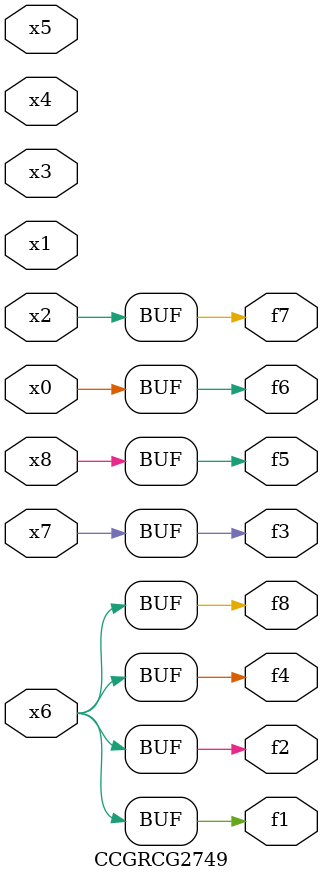
<source format=v>
module CCGRCG2749(
	input x0, x1, x2, x3, x4, x5, x6, x7, x8,
	output f1, f2, f3, f4, f5, f6, f7, f8
);
	assign f1 = x6;
	assign f2 = x6;
	assign f3 = x7;
	assign f4 = x6;
	assign f5 = x8;
	assign f6 = x0;
	assign f7 = x2;
	assign f8 = x6;
endmodule

</source>
